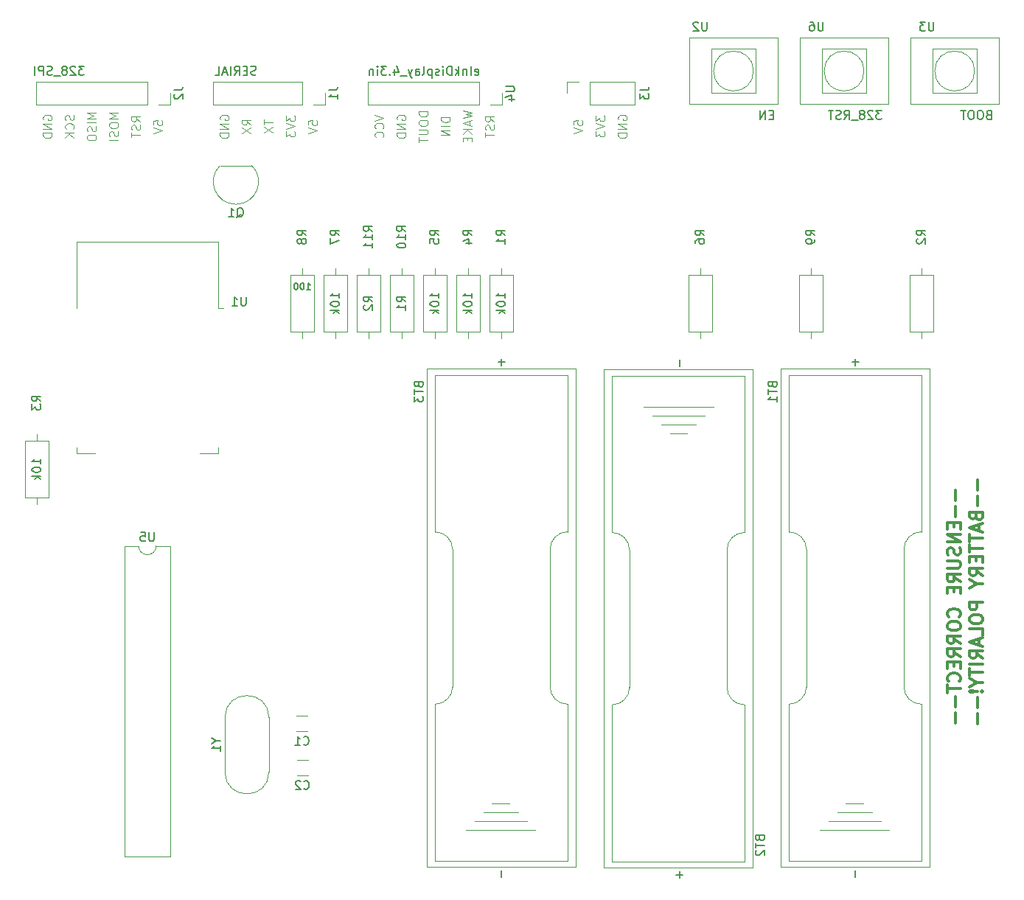
<source format=gbr>
%TF.GenerationSoftware,KiCad,Pcbnew,(5.1.9)-1*%
%TF.CreationDate,2021-03-08T13:05:13-05:00*%
%TF.ProjectId,eInk-picture-frame,65496e6b-2d70-4696-9374-7572652d6672,rev?*%
%TF.SameCoordinates,Original*%
%TF.FileFunction,Legend,Bot*%
%TF.FilePolarity,Positive*%
%FSLAX46Y46*%
G04 Gerber Fmt 4.6, Leading zero omitted, Abs format (unit mm)*
G04 Created by KiCad (PCBNEW (5.1.9)-1) date 2021-03-08 13:05:13*
%MOMM*%
%LPD*%
G01*
G04 APERTURE LIST*
%ADD10C,0.100000*%
%ADD11C,0.300000*%
%ADD12C,0.120000*%
%ADD13C,0.150000*%
G04 APERTURE END LIST*
D10*
X154392380Y-52101904D02*
X154392380Y-52720952D01*
X154773333Y-52387619D01*
X154773333Y-52530476D01*
X154820952Y-52625714D01*
X154868571Y-52673333D01*
X154963809Y-52720952D01*
X155201904Y-52720952D01*
X155297142Y-52673333D01*
X155344761Y-52625714D01*
X155392380Y-52530476D01*
X155392380Y-52244761D01*
X155344761Y-52149523D01*
X155297142Y-52101904D01*
X154392380Y-53006666D02*
X155392380Y-53340000D01*
X154392380Y-53673333D01*
X154392380Y-53911428D02*
X154392380Y-54530476D01*
X154773333Y-54197142D01*
X154773333Y-54340000D01*
X154820952Y-54435238D01*
X154868571Y-54482857D01*
X154963809Y-54530476D01*
X155201904Y-54530476D01*
X155297142Y-54482857D01*
X155344761Y-54435238D01*
X155392380Y-54340000D01*
X155392380Y-54054285D01*
X155344761Y-53959047D01*
X155297142Y-53911428D01*
X156980000Y-52578095D02*
X156932380Y-52482857D01*
X156932380Y-52340000D01*
X156980000Y-52197142D01*
X157075238Y-52101904D01*
X157170476Y-52054285D01*
X157360952Y-52006666D01*
X157503809Y-52006666D01*
X157694285Y-52054285D01*
X157789523Y-52101904D01*
X157884761Y-52197142D01*
X157932380Y-52340000D01*
X157932380Y-52435238D01*
X157884761Y-52578095D01*
X157837142Y-52625714D01*
X157503809Y-52625714D01*
X157503809Y-52435238D01*
X157932380Y-53054285D02*
X156932380Y-53054285D01*
X157932380Y-53625714D01*
X156932380Y-53625714D01*
X157932380Y-54101904D02*
X156932380Y-54101904D01*
X156932380Y-54340000D01*
X156980000Y-54482857D01*
X157075238Y-54578095D01*
X157170476Y-54625714D01*
X157360952Y-54673333D01*
X157503809Y-54673333D01*
X157694285Y-54625714D01*
X157789523Y-54578095D01*
X157884761Y-54482857D01*
X157932380Y-54340000D01*
X157932380Y-54101904D01*
X151852380Y-53149523D02*
X151852380Y-52673333D01*
X152328571Y-52625714D01*
X152280952Y-52673333D01*
X152233333Y-52768571D01*
X152233333Y-53006666D01*
X152280952Y-53101904D01*
X152328571Y-53149523D01*
X152423809Y-53197142D01*
X152661904Y-53197142D01*
X152757142Y-53149523D01*
X152804761Y-53101904D01*
X152852380Y-53006666D01*
X152852380Y-52768571D01*
X152804761Y-52673333D01*
X152757142Y-52625714D01*
X151852380Y-53482857D02*
X152852380Y-53816190D01*
X151852380Y-54149523D01*
X142692380Y-52792380D02*
X142216190Y-52459047D01*
X142692380Y-52220952D02*
X141692380Y-52220952D01*
X141692380Y-52601904D01*
X141740000Y-52697142D01*
X141787619Y-52744761D01*
X141882857Y-52792380D01*
X142025714Y-52792380D01*
X142120952Y-52744761D01*
X142168571Y-52697142D01*
X142216190Y-52601904D01*
X142216190Y-52220952D01*
X142644761Y-53173333D02*
X142692380Y-53316190D01*
X142692380Y-53554285D01*
X142644761Y-53649523D01*
X142597142Y-53697142D01*
X142501904Y-53744761D01*
X142406666Y-53744761D01*
X142311428Y-53697142D01*
X142263809Y-53649523D01*
X142216190Y-53554285D01*
X142168571Y-53363809D01*
X142120952Y-53268571D01*
X142073333Y-53220952D01*
X141978095Y-53173333D01*
X141882857Y-53173333D01*
X141787619Y-53220952D01*
X141740000Y-53268571D01*
X141692380Y-53363809D01*
X141692380Y-53601904D01*
X141740000Y-53744761D01*
X141692380Y-54030476D02*
X141692380Y-54601904D01*
X142692380Y-54316190D02*
X141692380Y-54316190D01*
X139152380Y-51530476D02*
X140152380Y-51768571D01*
X139438095Y-51959047D01*
X140152380Y-52149523D01*
X139152380Y-52387619D01*
X139866666Y-52720952D02*
X139866666Y-53197142D01*
X140152380Y-52625714D02*
X139152380Y-52959047D01*
X140152380Y-53292380D01*
X140152380Y-53625714D02*
X139152380Y-53625714D01*
X140152380Y-54197142D02*
X139580952Y-53768571D01*
X139152380Y-54197142D02*
X139723809Y-53625714D01*
X139628571Y-54625714D02*
X139628571Y-54959047D01*
X140152380Y-55101904D02*
X140152380Y-54625714D01*
X139152380Y-54625714D01*
X139152380Y-55101904D01*
X137612380Y-52316190D02*
X136612380Y-52316190D01*
X136612380Y-52554285D01*
X136660000Y-52697142D01*
X136755238Y-52792380D01*
X136850476Y-52840000D01*
X137040952Y-52887619D01*
X137183809Y-52887619D01*
X137374285Y-52840000D01*
X137469523Y-52792380D01*
X137564761Y-52697142D01*
X137612380Y-52554285D01*
X137612380Y-52316190D01*
X137612380Y-53316190D02*
X136612380Y-53316190D01*
X137612380Y-53792380D02*
X136612380Y-53792380D01*
X137612380Y-54363809D01*
X136612380Y-54363809D01*
X135072380Y-51649523D02*
X134072380Y-51649523D01*
X134072380Y-51887619D01*
X134120000Y-52030476D01*
X134215238Y-52125714D01*
X134310476Y-52173333D01*
X134500952Y-52220952D01*
X134643809Y-52220952D01*
X134834285Y-52173333D01*
X134929523Y-52125714D01*
X135024761Y-52030476D01*
X135072380Y-51887619D01*
X135072380Y-51649523D01*
X134072380Y-52840000D02*
X134072380Y-53030476D01*
X134120000Y-53125714D01*
X134215238Y-53220952D01*
X134405714Y-53268571D01*
X134739047Y-53268571D01*
X134929523Y-53220952D01*
X135024761Y-53125714D01*
X135072380Y-53030476D01*
X135072380Y-52840000D01*
X135024761Y-52744761D01*
X134929523Y-52649523D01*
X134739047Y-52601904D01*
X134405714Y-52601904D01*
X134215238Y-52649523D01*
X134120000Y-52744761D01*
X134072380Y-52840000D01*
X134072380Y-53697142D02*
X134881904Y-53697142D01*
X134977142Y-53744761D01*
X135024761Y-53792380D01*
X135072380Y-53887619D01*
X135072380Y-54078095D01*
X135024761Y-54173333D01*
X134977142Y-54220952D01*
X134881904Y-54268571D01*
X134072380Y-54268571D01*
X134072380Y-54601904D02*
X134072380Y-55173333D01*
X135072380Y-54887619D02*
X134072380Y-54887619D01*
X131580000Y-52578095D02*
X131532380Y-52482857D01*
X131532380Y-52340000D01*
X131580000Y-52197142D01*
X131675238Y-52101904D01*
X131770476Y-52054285D01*
X131960952Y-52006666D01*
X132103809Y-52006666D01*
X132294285Y-52054285D01*
X132389523Y-52101904D01*
X132484761Y-52197142D01*
X132532380Y-52340000D01*
X132532380Y-52435238D01*
X132484761Y-52578095D01*
X132437142Y-52625714D01*
X132103809Y-52625714D01*
X132103809Y-52435238D01*
X132532380Y-53054285D02*
X131532380Y-53054285D01*
X132532380Y-53625714D01*
X131532380Y-53625714D01*
X132532380Y-54101904D02*
X131532380Y-54101904D01*
X131532380Y-54340000D01*
X131580000Y-54482857D01*
X131675238Y-54578095D01*
X131770476Y-54625714D01*
X131960952Y-54673333D01*
X132103809Y-54673333D01*
X132294285Y-54625714D01*
X132389523Y-54578095D01*
X132484761Y-54482857D01*
X132532380Y-54340000D01*
X132532380Y-54101904D01*
X128992380Y-52006666D02*
X129992380Y-52340000D01*
X128992380Y-52673333D01*
X129897142Y-53578095D02*
X129944761Y-53530476D01*
X129992380Y-53387619D01*
X129992380Y-53292380D01*
X129944761Y-53149523D01*
X129849523Y-53054285D01*
X129754285Y-53006666D01*
X129563809Y-52959047D01*
X129420952Y-52959047D01*
X129230476Y-53006666D01*
X129135238Y-53054285D01*
X129040000Y-53149523D01*
X128992380Y-53292380D01*
X128992380Y-53387619D01*
X129040000Y-53530476D01*
X129087619Y-53578095D01*
X129897142Y-54578095D02*
X129944761Y-54530476D01*
X129992380Y-54387619D01*
X129992380Y-54292380D01*
X129944761Y-54149523D01*
X129849523Y-54054285D01*
X129754285Y-54006666D01*
X129563809Y-53959047D01*
X129420952Y-53959047D01*
X129230476Y-54006666D01*
X129135238Y-54054285D01*
X129040000Y-54149523D01*
X128992380Y-54292380D01*
X128992380Y-54387619D01*
X129040000Y-54530476D01*
X129087619Y-54578095D01*
X90940000Y-52578095D02*
X90892380Y-52482857D01*
X90892380Y-52340000D01*
X90940000Y-52197142D01*
X91035238Y-52101904D01*
X91130476Y-52054285D01*
X91320952Y-52006666D01*
X91463809Y-52006666D01*
X91654285Y-52054285D01*
X91749523Y-52101904D01*
X91844761Y-52197142D01*
X91892380Y-52340000D01*
X91892380Y-52435238D01*
X91844761Y-52578095D01*
X91797142Y-52625714D01*
X91463809Y-52625714D01*
X91463809Y-52435238D01*
X91892380Y-53054285D02*
X90892380Y-53054285D01*
X91892380Y-53625714D01*
X90892380Y-53625714D01*
X91892380Y-54101904D02*
X90892380Y-54101904D01*
X90892380Y-54340000D01*
X90940000Y-54482857D01*
X91035238Y-54578095D01*
X91130476Y-54625714D01*
X91320952Y-54673333D01*
X91463809Y-54673333D01*
X91654285Y-54625714D01*
X91749523Y-54578095D01*
X91844761Y-54482857D01*
X91892380Y-54340000D01*
X91892380Y-54101904D01*
X94384761Y-52054285D02*
X94432380Y-52197142D01*
X94432380Y-52435238D01*
X94384761Y-52530476D01*
X94337142Y-52578095D01*
X94241904Y-52625714D01*
X94146666Y-52625714D01*
X94051428Y-52578095D01*
X94003809Y-52530476D01*
X93956190Y-52435238D01*
X93908571Y-52244761D01*
X93860952Y-52149523D01*
X93813333Y-52101904D01*
X93718095Y-52054285D01*
X93622857Y-52054285D01*
X93527619Y-52101904D01*
X93480000Y-52149523D01*
X93432380Y-52244761D01*
X93432380Y-52482857D01*
X93480000Y-52625714D01*
X94337142Y-53625714D02*
X94384761Y-53578095D01*
X94432380Y-53435238D01*
X94432380Y-53340000D01*
X94384761Y-53197142D01*
X94289523Y-53101904D01*
X94194285Y-53054285D01*
X94003809Y-53006666D01*
X93860952Y-53006666D01*
X93670476Y-53054285D01*
X93575238Y-53101904D01*
X93480000Y-53197142D01*
X93432380Y-53340000D01*
X93432380Y-53435238D01*
X93480000Y-53578095D01*
X93527619Y-53625714D01*
X94432380Y-54054285D02*
X93432380Y-54054285D01*
X94432380Y-54625714D02*
X93860952Y-54197142D01*
X93432380Y-54625714D02*
X94003809Y-54054285D01*
X96972380Y-51768571D02*
X95972380Y-51768571D01*
X96686666Y-52101904D01*
X95972380Y-52435238D01*
X96972380Y-52435238D01*
X96972380Y-52911428D02*
X95972380Y-52911428D01*
X96924761Y-53340000D02*
X96972380Y-53482857D01*
X96972380Y-53720952D01*
X96924761Y-53816190D01*
X96877142Y-53863809D01*
X96781904Y-53911428D01*
X96686666Y-53911428D01*
X96591428Y-53863809D01*
X96543809Y-53816190D01*
X96496190Y-53720952D01*
X96448571Y-53530476D01*
X96400952Y-53435238D01*
X96353333Y-53387619D01*
X96258095Y-53340000D01*
X96162857Y-53340000D01*
X96067619Y-53387619D01*
X96020000Y-53435238D01*
X95972380Y-53530476D01*
X95972380Y-53768571D01*
X96020000Y-53911428D01*
X95972380Y-54530476D02*
X95972380Y-54720952D01*
X96020000Y-54816190D01*
X96115238Y-54911428D01*
X96305714Y-54959047D01*
X96639047Y-54959047D01*
X96829523Y-54911428D01*
X96924761Y-54816190D01*
X96972380Y-54720952D01*
X96972380Y-54530476D01*
X96924761Y-54435238D01*
X96829523Y-54340000D01*
X96639047Y-54292380D01*
X96305714Y-54292380D01*
X96115238Y-54340000D01*
X96020000Y-54435238D01*
X95972380Y-54530476D01*
X99512380Y-51768571D02*
X98512380Y-51768571D01*
X99226666Y-52101904D01*
X98512380Y-52435238D01*
X99512380Y-52435238D01*
X98512380Y-53101904D02*
X98512380Y-53292380D01*
X98560000Y-53387619D01*
X98655238Y-53482857D01*
X98845714Y-53530476D01*
X99179047Y-53530476D01*
X99369523Y-53482857D01*
X99464761Y-53387619D01*
X99512380Y-53292380D01*
X99512380Y-53101904D01*
X99464761Y-53006666D01*
X99369523Y-52911428D01*
X99179047Y-52863809D01*
X98845714Y-52863809D01*
X98655238Y-52911428D01*
X98560000Y-53006666D01*
X98512380Y-53101904D01*
X99464761Y-53911428D02*
X99512380Y-54054285D01*
X99512380Y-54292380D01*
X99464761Y-54387619D01*
X99417142Y-54435238D01*
X99321904Y-54482857D01*
X99226666Y-54482857D01*
X99131428Y-54435238D01*
X99083809Y-54387619D01*
X99036190Y-54292380D01*
X98988571Y-54101904D01*
X98940952Y-54006666D01*
X98893333Y-53959047D01*
X98798095Y-53911428D01*
X98702857Y-53911428D01*
X98607619Y-53959047D01*
X98560000Y-54006666D01*
X98512380Y-54101904D01*
X98512380Y-54340000D01*
X98560000Y-54482857D01*
X99512380Y-54911428D02*
X98512380Y-54911428D01*
X102052380Y-52792380D02*
X101576190Y-52459047D01*
X102052380Y-52220952D02*
X101052380Y-52220952D01*
X101052380Y-52601904D01*
X101100000Y-52697142D01*
X101147619Y-52744761D01*
X101242857Y-52792380D01*
X101385714Y-52792380D01*
X101480952Y-52744761D01*
X101528571Y-52697142D01*
X101576190Y-52601904D01*
X101576190Y-52220952D01*
X102004761Y-53173333D02*
X102052380Y-53316190D01*
X102052380Y-53554285D01*
X102004761Y-53649523D01*
X101957142Y-53697142D01*
X101861904Y-53744761D01*
X101766666Y-53744761D01*
X101671428Y-53697142D01*
X101623809Y-53649523D01*
X101576190Y-53554285D01*
X101528571Y-53363809D01*
X101480952Y-53268571D01*
X101433333Y-53220952D01*
X101338095Y-53173333D01*
X101242857Y-53173333D01*
X101147619Y-53220952D01*
X101100000Y-53268571D01*
X101052380Y-53363809D01*
X101052380Y-53601904D01*
X101100000Y-53744761D01*
X101052380Y-54030476D02*
X101052380Y-54601904D01*
X102052380Y-54316190D02*
X101052380Y-54316190D01*
X103592380Y-53149523D02*
X103592380Y-52673333D01*
X104068571Y-52625714D01*
X104020952Y-52673333D01*
X103973333Y-52768571D01*
X103973333Y-53006666D01*
X104020952Y-53101904D01*
X104068571Y-53149523D01*
X104163809Y-53197142D01*
X104401904Y-53197142D01*
X104497142Y-53149523D01*
X104544761Y-53101904D01*
X104592380Y-53006666D01*
X104592380Y-52768571D01*
X104544761Y-52673333D01*
X104497142Y-52625714D01*
X103592380Y-53482857D02*
X104592380Y-53816190D01*
X103592380Y-54149523D01*
X121372380Y-53149523D02*
X121372380Y-52673333D01*
X121848571Y-52625714D01*
X121800952Y-52673333D01*
X121753333Y-52768571D01*
X121753333Y-53006666D01*
X121800952Y-53101904D01*
X121848571Y-53149523D01*
X121943809Y-53197142D01*
X122181904Y-53197142D01*
X122277142Y-53149523D01*
X122324761Y-53101904D01*
X122372380Y-53006666D01*
X122372380Y-52768571D01*
X122324761Y-52673333D01*
X122277142Y-52625714D01*
X121372380Y-53482857D02*
X122372380Y-53816190D01*
X121372380Y-54149523D01*
X118832380Y-52101904D02*
X118832380Y-52720952D01*
X119213333Y-52387619D01*
X119213333Y-52530476D01*
X119260952Y-52625714D01*
X119308571Y-52673333D01*
X119403809Y-52720952D01*
X119641904Y-52720952D01*
X119737142Y-52673333D01*
X119784761Y-52625714D01*
X119832380Y-52530476D01*
X119832380Y-52244761D01*
X119784761Y-52149523D01*
X119737142Y-52101904D01*
X118832380Y-53006666D02*
X119832380Y-53340000D01*
X118832380Y-53673333D01*
X118832380Y-53911428D02*
X118832380Y-54530476D01*
X119213333Y-54197142D01*
X119213333Y-54340000D01*
X119260952Y-54435238D01*
X119308571Y-54482857D01*
X119403809Y-54530476D01*
X119641904Y-54530476D01*
X119737142Y-54482857D01*
X119784761Y-54435238D01*
X119832380Y-54340000D01*
X119832380Y-54054285D01*
X119784761Y-53959047D01*
X119737142Y-53911428D01*
X116292380Y-52578095D02*
X116292380Y-53149523D01*
X117292380Y-52863809D02*
X116292380Y-52863809D01*
X116292380Y-53387619D02*
X117292380Y-54054285D01*
X116292380Y-54054285D02*
X117292380Y-53387619D01*
X114752380Y-53173333D02*
X114276190Y-52840000D01*
X114752380Y-52601904D02*
X113752380Y-52601904D01*
X113752380Y-52982857D01*
X113800000Y-53078095D01*
X113847619Y-53125714D01*
X113942857Y-53173333D01*
X114085714Y-53173333D01*
X114180952Y-53125714D01*
X114228571Y-53078095D01*
X114276190Y-52982857D01*
X114276190Y-52601904D01*
X113752380Y-53506666D02*
X114752380Y-54173333D01*
X113752380Y-54173333D02*
X114752380Y-53506666D01*
X111260000Y-52578095D02*
X111212380Y-52482857D01*
X111212380Y-52340000D01*
X111260000Y-52197142D01*
X111355238Y-52101904D01*
X111450476Y-52054285D01*
X111640952Y-52006666D01*
X111783809Y-52006666D01*
X111974285Y-52054285D01*
X112069523Y-52101904D01*
X112164761Y-52197142D01*
X112212380Y-52340000D01*
X112212380Y-52435238D01*
X112164761Y-52578095D01*
X112117142Y-52625714D01*
X111783809Y-52625714D01*
X111783809Y-52435238D01*
X112212380Y-53054285D02*
X111212380Y-53054285D01*
X112212380Y-53625714D01*
X111212380Y-53625714D01*
X112212380Y-54101904D02*
X111212380Y-54101904D01*
X111212380Y-54340000D01*
X111260000Y-54482857D01*
X111355238Y-54578095D01*
X111450476Y-54625714D01*
X111640952Y-54673333D01*
X111783809Y-54673333D01*
X111974285Y-54625714D01*
X112069523Y-54578095D01*
X112164761Y-54482857D01*
X112212380Y-54340000D01*
X112212380Y-54101904D01*
D11*
X195682142Y-95164285D02*
X195682142Y-96307142D01*
X195682142Y-97021428D02*
X195682142Y-98164285D01*
X195467857Y-98878571D02*
X195467857Y-99378571D01*
X196253571Y-99592857D02*
X196253571Y-98878571D01*
X194753571Y-98878571D01*
X194753571Y-99592857D01*
X196253571Y-100235714D02*
X194753571Y-100235714D01*
X196253571Y-101092857D01*
X194753571Y-101092857D01*
X196182142Y-101735714D02*
X196253571Y-101950000D01*
X196253571Y-102307142D01*
X196182142Y-102450000D01*
X196110714Y-102521428D01*
X195967857Y-102592857D01*
X195825000Y-102592857D01*
X195682142Y-102521428D01*
X195610714Y-102450000D01*
X195539285Y-102307142D01*
X195467857Y-102021428D01*
X195396428Y-101878571D01*
X195325000Y-101807142D01*
X195182142Y-101735714D01*
X195039285Y-101735714D01*
X194896428Y-101807142D01*
X194825000Y-101878571D01*
X194753571Y-102021428D01*
X194753571Y-102378571D01*
X194825000Y-102592857D01*
X194753571Y-103235714D02*
X195967857Y-103235714D01*
X196110714Y-103307142D01*
X196182142Y-103378571D01*
X196253571Y-103521428D01*
X196253571Y-103807142D01*
X196182142Y-103950000D01*
X196110714Y-104021428D01*
X195967857Y-104092857D01*
X194753571Y-104092857D01*
X196253571Y-105664285D02*
X195539285Y-105164285D01*
X196253571Y-104807142D02*
X194753571Y-104807142D01*
X194753571Y-105378571D01*
X194825000Y-105521428D01*
X194896428Y-105592857D01*
X195039285Y-105664285D01*
X195253571Y-105664285D01*
X195396428Y-105592857D01*
X195467857Y-105521428D01*
X195539285Y-105378571D01*
X195539285Y-104807142D01*
X195467857Y-106307142D02*
X195467857Y-106807142D01*
X196253571Y-107021428D02*
X196253571Y-106307142D01*
X194753571Y-106307142D01*
X194753571Y-107021428D01*
X196110714Y-109664285D02*
X196182142Y-109592857D01*
X196253571Y-109378571D01*
X196253571Y-109235714D01*
X196182142Y-109021428D01*
X196039285Y-108878571D01*
X195896428Y-108807142D01*
X195610714Y-108735714D01*
X195396428Y-108735714D01*
X195110714Y-108807142D01*
X194967857Y-108878571D01*
X194825000Y-109021428D01*
X194753571Y-109235714D01*
X194753571Y-109378571D01*
X194825000Y-109592857D01*
X194896428Y-109664285D01*
X194753571Y-110592857D02*
X194753571Y-110878571D01*
X194825000Y-111021428D01*
X194967857Y-111164285D01*
X195253571Y-111235714D01*
X195753571Y-111235714D01*
X196039285Y-111164285D01*
X196182142Y-111021428D01*
X196253571Y-110878571D01*
X196253571Y-110592857D01*
X196182142Y-110450000D01*
X196039285Y-110307142D01*
X195753571Y-110235714D01*
X195253571Y-110235714D01*
X194967857Y-110307142D01*
X194825000Y-110450000D01*
X194753571Y-110592857D01*
X196253571Y-112735714D02*
X195539285Y-112235714D01*
X196253571Y-111878571D02*
X194753571Y-111878571D01*
X194753571Y-112450000D01*
X194825000Y-112592857D01*
X194896428Y-112664285D01*
X195039285Y-112735714D01*
X195253571Y-112735714D01*
X195396428Y-112664285D01*
X195467857Y-112592857D01*
X195539285Y-112450000D01*
X195539285Y-111878571D01*
X196253571Y-114235714D02*
X195539285Y-113735714D01*
X196253571Y-113378571D02*
X194753571Y-113378571D01*
X194753571Y-113950000D01*
X194825000Y-114092857D01*
X194896428Y-114164285D01*
X195039285Y-114235714D01*
X195253571Y-114235714D01*
X195396428Y-114164285D01*
X195467857Y-114092857D01*
X195539285Y-113950000D01*
X195539285Y-113378571D01*
X195467857Y-114878571D02*
X195467857Y-115378571D01*
X196253571Y-115592857D02*
X196253571Y-114878571D01*
X194753571Y-114878571D01*
X194753571Y-115592857D01*
X196110714Y-117092857D02*
X196182142Y-117021428D01*
X196253571Y-116807142D01*
X196253571Y-116664285D01*
X196182142Y-116450000D01*
X196039285Y-116307142D01*
X195896428Y-116235714D01*
X195610714Y-116164285D01*
X195396428Y-116164285D01*
X195110714Y-116235714D01*
X194967857Y-116307142D01*
X194825000Y-116450000D01*
X194753571Y-116664285D01*
X194753571Y-116807142D01*
X194825000Y-117021428D01*
X194896428Y-117092857D01*
X194753571Y-117521428D02*
X194753571Y-118378571D01*
X196253571Y-117950000D02*
X194753571Y-117950000D01*
X195682142Y-118878571D02*
X195682142Y-120021428D01*
X195682142Y-120735714D02*
X195682142Y-121878571D01*
X198232142Y-93950000D02*
X198232142Y-95092857D01*
X198232142Y-95807142D02*
X198232142Y-96950000D01*
X198017857Y-98164285D02*
X198089285Y-98378571D01*
X198160714Y-98450000D01*
X198303571Y-98521428D01*
X198517857Y-98521428D01*
X198660714Y-98450000D01*
X198732142Y-98378571D01*
X198803571Y-98235714D01*
X198803571Y-97664285D01*
X197303571Y-97664285D01*
X197303571Y-98164285D01*
X197375000Y-98307142D01*
X197446428Y-98378571D01*
X197589285Y-98450000D01*
X197732142Y-98450000D01*
X197875000Y-98378571D01*
X197946428Y-98307142D01*
X198017857Y-98164285D01*
X198017857Y-97664285D01*
X198375000Y-99092857D02*
X198375000Y-99807142D01*
X198803571Y-98950000D02*
X197303571Y-99450000D01*
X198803571Y-99950000D01*
X197303571Y-100235714D02*
X197303571Y-101092857D01*
X198803571Y-100664285D02*
X197303571Y-100664285D01*
X197303571Y-101378571D02*
X197303571Y-102235714D01*
X198803571Y-101807142D02*
X197303571Y-101807142D01*
X198017857Y-102735714D02*
X198017857Y-103235714D01*
X198803571Y-103450000D02*
X198803571Y-102735714D01*
X197303571Y-102735714D01*
X197303571Y-103450000D01*
X198803571Y-104950000D02*
X198089285Y-104450000D01*
X198803571Y-104092857D02*
X197303571Y-104092857D01*
X197303571Y-104664285D01*
X197375000Y-104807142D01*
X197446428Y-104878571D01*
X197589285Y-104950000D01*
X197803571Y-104950000D01*
X197946428Y-104878571D01*
X198017857Y-104807142D01*
X198089285Y-104664285D01*
X198089285Y-104092857D01*
X198089285Y-105878571D02*
X198803571Y-105878571D01*
X197303571Y-105378571D02*
X198089285Y-105878571D01*
X197303571Y-106378571D01*
X198803571Y-108021428D02*
X197303571Y-108021428D01*
X197303571Y-108592857D01*
X197375000Y-108735714D01*
X197446428Y-108807142D01*
X197589285Y-108878571D01*
X197803571Y-108878571D01*
X197946428Y-108807142D01*
X198017857Y-108735714D01*
X198089285Y-108592857D01*
X198089285Y-108021428D01*
X197303571Y-109807142D02*
X197303571Y-110092857D01*
X197375000Y-110235714D01*
X197517857Y-110378571D01*
X197803571Y-110450000D01*
X198303571Y-110450000D01*
X198589285Y-110378571D01*
X198732142Y-110235714D01*
X198803571Y-110092857D01*
X198803571Y-109807142D01*
X198732142Y-109664285D01*
X198589285Y-109521428D01*
X198303571Y-109450000D01*
X197803571Y-109450000D01*
X197517857Y-109521428D01*
X197375000Y-109664285D01*
X197303571Y-109807142D01*
X198803571Y-111807142D02*
X198803571Y-111092857D01*
X197303571Y-111092857D01*
X198375000Y-112235714D02*
X198375000Y-112950000D01*
X198803571Y-112092857D02*
X197303571Y-112592857D01*
X198803571Y-113092857D01*
X198803571Y-114450000D02*
X198089285Y-113950000D01*
X198803571Y-113592857D02*
X197303571Y-113592857D01*
X197303571Y-114164285D01*
X197375000Y-114307142D01*
X197446428Y-114378571D01*
X197589285Y-114450000D01*
X197803571Y-114450000D01*
X197946428Y-114378571D01*
X198017857Y-114307142D01*
X198089285Y-114164285D01*
X198089285Y-113592857D01*
X198803571Y-115092857D02*
X197303571Y-115092857D01*
X197303571Y-115592857D02*
X197303571Y-116450000D01*
X198803571Y-116021428D02*
X197303571Y-116021428D01*
X198089285Y-117235714D02*
X198803571Y-117235714D01*
X197303571Y-116735714D02*
X198089285Y-117235714D01*
X197303571Y-117735714D01*
X198660714Y-118235714D02*
X198732142Y-118307142D01*
X198803571Y-118235714D01*
X198732142Y-118164285D01*
X198660714Y-118235714D01*
X198803571Y-118235714D01*
X198232142Y-118235714D02*
X197375000Y-118164285D01*
X197303571Y-118235714D01*
X197375000Y-118307142D01*
X198232142Y-118235714D01*
X197303571Y-118235714D01*
X198232142Y-118950000D02*
X198232142Y-120092857D01*
X198232142Y-120807142D02*
X198232142Y-121950000D01*
D12*
%TO.C,J3*%
X158810000Y-48200000D02*
X158810000Y-50860000D01*
X153670000Y-48200000D02*
X158810000Y-48200000D01*
X153670000Y-50860000D02*
X158810000Y-50860000D01*
X153670000Y-48200000D02*
X153670000Y-50860000D01*
X152400000Y-48200000D02*
X151070000Y-48200000D01*
X151070000Y-48200000D02*
X151070000Y-49530000D01*
%TO.C,Y1*%
X116825000Y-127495000D02*
G75*
G02*
X111775000Y-127495000I-2525000J0D01*
G01*
X116825000Y-121245000D02*
G75*
G03*
X111775000Y-121245000I-2525000J0D01*
G01*
X111775000Y-121245000D02*
X111775000Y-127495000D01*
X116825000Y-121245000D02*
X116825000Y-127495000D01*
%TO.C,U6*%
X177800000Y-50800000D02*
X177800000Y-43180000D01*
X177800000Y-43180000D02*
X187960000Y-43180000D01*
X187960000Y-43180000D02*
X187960000Y-50800000D01*
X187960000Y-50800000D02*
X177800000Y-50800000D01*
X185169525Y-46990000D02*
G75*
G03*
X185169525Y-46990000I-2289525J0D01*
G01*
X180340000Y-49530000D02*
X185420000Y-49530000D01*
X185420000Y-49530000D02*
X185420000Y-44450000D01*
X185420000Y-44450000D02*
X180340000Y-44450000D01*
X180340000Y-44450000D02*
X180340000Y-49530000D01*
%TO.C,U5*%
X101870000Y-101540000D02*
G75*
G03*
X103870000Y-101540000I1000000J0D01*
G01*
X103870000Y-101540000D02*
X105520000Y-101540000D01*
X105520000Y-101540000D02*
X105520000Y-137220000D01*
X105520000Y-137220000D02*
X100220000Y-137220000D01*
X100220000Y-137220000D02*
X100220000Y-101540000D01*
X100220000Y-101540000D02*
X101870000Y-101540000D01*
%TO.C,U4*%
X128210000Y-50860000D02*
X128210000Y-48200000D01*
X140970000Y-50860000D02*
X128210000Y-50860000D01*
X140970000Y-48200000D02*
X128210000Y-48200000D01*
X140970000Y-50860000D02*
X140970000Y-48200000D01*
X142240000Y-50860000D02*
X143570000Y-50860000D01*
X143570000Y-50860000D02*
X143570000Y-49530000D01*
%TO.C,U2*%
X175260000Y-43180000D02*
X175260000Y-50800000D01*
X175260000Y-50800000D02*
X165100000Y-50800000D01*
X165100000Y-50800000D02*
X165100000Y-43180000D01*
X165100000Y-43180000D02*
X175260000Y-43180000D01*
X172469525Y-46990000D02*
G75*
G03*
X172469525Y-46990000I-2289525J0D01*
G01*
X172720000Y-44450000D02*
X167640000Y-44450000D01*
X167640000Y-44450000D02*
X167640000Y-49530000D01*
X167640000Y-49530000D02*
X172720000Y-49530000D01*
X172720000Y-49530000D02*
X172720000Y-44450000D01*
%TO.C,R11*%
X129640000Y-76930000D02*
X126900000Y-76930000D01*
X126900000Y-76930000D02*
X126900000Y-70390000D01*
X126900000Y-70390000D02*
X129640000Y-70390000D01*
X129640000Y-70390000D02*
X129640000Y-76930000D01*
X128270000Y-77700000D02*
X128270000Y-76930000D01*
X128270000Y-69620000D02*
X128270000Y-70390000D01*
%TO.C,R10*%
X130710000Y-70390000D02*
X133450000Y-70390000D01*
X133450000Y-70390000D02*
X133450000Y-76930000D01*
X133450000Y-76930000D02*
X130710000Y-76930000D01*
X130710000Y-76930000D02*
X130710000Y-70390000D01*
X132080000Y-69620000D02*
X132080000Y-70390000D01*
X132080000Y-77700000D02*
X132080000Y-76930000D01*
%TO.C,R9*%
X180440000Y-76930000D02*
X177700000Y-76930000D01*
X177700000Y-76930000D02*
X177700000Y-70390000D01*
X177700000Y-70390000D02*
X180440000Y-70390000D01*
X180440000Y-70390000D02*
X180440000Y-76930000D01*
X179070000Y-77700000D02*
X179070000Y-76930000D01*
X179070000Y-69620000D02*
X179070000Y-70390000D01*
%TO.C,R8*%
X119280000Y-70390000D02*
X122020000Y-70390000D01*
X122020000Y-70390000D02*
X122020000Y-76930000D01*
X122020000Y-76930000D02*
X119280000Y-76930000D01*
X119280000Y-76930000D02*
X119280000Y-70390000D01*
X120650000Y-69620000D02*
X120650000Y-70390000D01*
X120650000Y-77700000D02*
X120650000Y-76930000D01*
%TO.C,R7*%
X123090000Y-70390000D02*
X125830000Y-70390000D01*
X125830000Y-70390000D02*
X125830000Y-76930000D01*
X125830000Y-76930000D02*
X123090000Y-76930000D01*
X123090000Y-76930000D02*
X123090000Y-70390000D01*
X124460000Y-69620000D02*
X124460000Y-70390000D01*
X124460000Y-77700000D02*
X124460000Y-76930000D01*
%TO.C,R6*%
X167740000Y-76930000D02*
X165000000Y-76930000D01*
X165000000Y-76930000D02*
X165000000Y-70390000D01*
X165000000Y-70390000D02*
X167740000Y-70390000D01*
X167740000Y-70390000D02*
X167740000Y-76930000D01*
X166370000Y-77700000D02*
X166370000Y-76930000D01*
X166370000Y-69620000D02*
X166370000Y-70390000D01*
%TO.C,R5*%
X134520000Y-70390000D02*
X137260000Y-70390000D01*
X137260000Y-70390000D02*
X137260000Y-76930000D01*
X137260000Y-76930000D02*
X134520000Y-76930000D01*
X134520000Y-76930000D02*
X134520000Y-70390000D01*
X135890000Y-69620000D02*
X135890000Y-70390000D01*
X135890000Y-77700000D02*
X135890000Y-76930000D01*
%TO.C,R4*%
X138330000Y-70390000D02*
X141070000Y-70390000D01*
X141070000Y-70390000D02*
X141070000Y-76930000D01*
X141070000Y-76930000D02*
X138330000Y-76930000D01*
X138330000Y-76930000D02*
X138330000Y-70390000D01*
X139700000Y-69620000D02*
X139700000Y-70390000D01*
X139700000Y-77700000D02*
X139700000Y-76930000D01*
%TO.C,R1*%
X144880000Y-76930000D02*
X142140000Y-76930000D01*
X142140000Y-76930000D02*
X142140000Y-70390000D01*
X142140000Y-70390000D02*
X144880000Y-70390000D01*
X144880000Y-70390000D02*
X144880000Y-76930000D01*
X143510000Y-77700000D02*
X143510000Y-76930000D01*
X143510000Y-69620000D02*
X143510000Y-70390000D01*
%TO.C,J2*%
X90110000Y-50860000D02*
X90110000Y-48200000D01*
X102870000Y-50860000D02*
X90110000Y-50860000D01*
X102870000Y-48200000D02*
X90110000Y-48200000D01*
X102870000Y-50860000D02*
X102870000Y-48200000D01*
X104140000Y-50860000D02*
X105470000Y-50860000D01*
X105470000Y-50860000D02*
X105470000Y-49530000D01*
%TO.C,J1*%
X110430000Y-50860000D02*
X110430000Y-48200000D01*
X120650000Y-50860000D02*
X110430000Y-50860000D01*
X120650000Y-48200000D02*
X110430000Y-48200000D01*
X120650000Y-50860000D02*
X120650000Y-48200000D01*
X121920000Y-50860000D02*
X123250000Y-50860000D01*
X123250000Y-50860000D02*
X123250000Y-49530000D01*
%TO.C,C2*%
X120041000Y-127920000D02*
X121299000Y-127920000D01*
X120041000Y-126080000D02*
X121299000Y-126080000D01*
%TO.C,C1*%
X120001000Y-122840000D02*
X121259000Y-122840000D01*
X120001000Y-121000000D02*
X121259000Y-121000000D01*
%TO.C,U3*%
X193040000Y-44450000D02*
X193040000Y-49530000D01*
X198120000Y-44450000D02*
X193040000Y-44450000D01*
X198120000Y-49530000D02*
X198120000Y-44450000D01*
X193040000Y-49530000D02*
X198120000Y-49530000D01*
X197869525Y-46990000D02*
G75*
G03*
X197869525Y-46990000I-2289525J0D01*
G01*
X200660000Y-50800000D02*
X190500000Y-50800000D01*
X200660000Y-43180000D02*
X200660000Y-50800000D01*
X190500000Y-43180000D02*
X200660000Y-43180000D01*
X190500000Y-50800000D02*
X190500000Y-43180000D01*
%TO.C,U1*%
X110990000Y-66620000D02*
X94750000Y-66620000D01*
X94750000Y-66620000D02*
X94750000Y-74240000D01*
X94750000Y-90240000D02*
X94750000Y-90860000D01*
X94750000Y-90860000D02*
X96870000Y-90860000D01*
X108870000Y-90860000D02*
X110990000Y-90860000D01*
X110990000Y-90860000D02*
X110990000Y-90240000D01*
X110990000Y-74240000D02*
X110990000Y-66620000D01*
X110990000Y-74240000D02*
X111600000Y-74240000D01*
%TO.C,R3*%
X90170000Y-96750000D02*
X90170000Y-95980000D01*
X90170000Y-88670000D02*
X90170000Y-89440000D01*
X88800000Y-95980000D02*
X88800000Y-89440000D01*
X91540000Y-95980000D02*
X88800000Y-95980000D01*
X91540000Y-89440000D02*
X91540000Y-95980000D01*
X88800000Y-89440000D02*
X91540000Y-89440000D01*
%TO.C,R2*%
X191770000Y-69620000D02*
X191770000Y-70390000D01*
X191770000Y-77700000D02*
X191770000Y-76930000D01*
X193140000Y-70390000D02*
X193140000Y-76930000D01*
X190400000Y-70390000D02*
X193140000Y-70390000D01*
X190400000Y-76930000D02*
X190400000Y-70390000D01*
X193140000Y-76930000D02*
X190400000Y-76930000D01*
%TO.C,Q1*%
X111230000Y-57840000D02*
X114830000Y-57840000D01*
X114868478Y-57851522D02*
G75*
G02*
X113030000Y-62290000I-1838478J-1838478D01*
G01*
X111191522Y-57851522D02*
G75*
G03*
X113030000Y-62290000I1838478J-1838478D01*
G01*
%TO.C,BT3*%
X141450000Y-132130000D02*
X145450000Y-132130000D01*
X146450000Y-133130000D02*
X140450000Y-133130000D01*
X139450000Y-134130000D02*
X147450000Y-134130000D01*
X142450000Y-131130000D02*
X144450000Y-131130000D01*
X134945000Y-138440000D02*
X152075000Y-138440000D01*
X152075000Y-138440000D02*
X152075000Y-81200000D01*
X152075000Y-81200000D02*
X134945000Y-81200000D01*
X134945000Y-81200000D02*
X134945000Y-138440000D01*
X135910000Y-81920000D02*
X151110000Y-81920000D01*
X151110000Y-81920000D02*
X151110000Y-99920000D01*
X135910000Y-137720000D02*
X151110000Y-137720000D01*
X135910000Y-81920000D02*
X135910000Y-99920000D01*
X135910000Y-119720000D02*
X135910000Y-137720000D01*
X151110000Y-119720000D02*
X151110000Y-137720000D01*
X137910000Y-101920000D02*
X137910000Y-117720000D01*
X149110000Y-117720000D02*
X149110000Y-101920000D01*
X151110000Y-99920000D02*
G75*
G03*
X149110000Y-101920000I0J-2000000D01*
G01*
X149110000Y-117720000D02*
G75*
G03*
X151110000Y-119720000I2000000J0D01*
G01*
X135910000Y-119720000D02*
G75*
G03*
X137910000Y-117720000I0J2000000D01*
G01*
X137910000Y-101920000D02*
G75*
G03*
X135910000Y-99920000I-2000000J0D01*
G01*
%TO.C,BT2*%
X158230000Y-101990000D02*
X158230000Y-117790000D01*
X169430000Y-117790000D02*
X169430000Y-101990000D01*
X156230000Y-99990000D02*
X156230000Y-81990000D01*
X171430000Y-99990000D02*
X171430000Y-81990000D01*
X171430000Y-137790000D02*
X171430000Y-119790000D01*
X171430000Y-81990000D02*
X156230000Y-81990000D01*
X156230000Y-137790000D02*
X156230000Y-119790000D01*
X171430000Y-137790000D02*
X156230000Y-137790000D01*
X172395000Y-138510000D02*
X172395000Y-81270000D01*
X155265000Y-138510000D02*
X172395000Y-138510000D01*
X155265000Y-81270000D02*
X155265000Y-138510000D01*
X172395000Y-81270000D02*
X155265000Y-81270000D01*
X164890000Y-88580000D02*
X162890000Y-88580000D01*
X167890000Y-85580000D02*
X159890000Y-85580000D01*
X160890000Y-86580000D02*
X166890000Y-86580000D01*
X165890000Y-87580000D02*
X161890000Y-87580000D01*
X169430000Y-117790000D02*
G75*
G03*
X171430000Y-119790000I2000000J0D01*
G01*
X171430000Y-99990000D02*
G75*
G03*
X169430000Y-101990000I0J-2000000D01*
G01*
X158230000Y-101990000D02*
G75*
G03*
X156230000Y-99990000I-2000000J0D01*
G01*
X156230000Y-119790000D02*
G75*
G03*
X158230000Y-117790000I0J2000000D01*
G01*
%TO.C,BT1*%
X182090000Y-132130000D02*
X186090000Y-132130000D01*
X187090000Y-133130000D02*
X181090000Y-133130000D01*
X180090000Y-134130000D02*
X188090000Y-134130000D01*
X183090000Y-131130000D02*
X185090000Y-131130000D01*
X175585000Y-138440000D02*
X192715000Y-138440000D01*
X192715000Y-138440000D02*
X192715000Y-81200000D01*
X192715000Y-81200000D02*
X175585000Y-81200000D01*
X175585000Y-81200000D02*
X175585000Y-138440000D01*
X176550000Y-81920000D02*
X191750000Y-81920000D01*
X191750000Y-81920000D02*
X191750000Y-99920000D01*
X176550000Y-137720000D02*
X191750000Y-137720000D01*
X176550000Y-81920000D02*
X176550000Y-99920000D01*
X176550000Y-119720000D02*
X176550000Y-137720000D01*
X191750000Y-119720000D02*
X191750000Y-137720000D01*
X178550000Y-101920000D02*
X178550000Y-117720000D01*
X189750000Y-117720000D02*
X189750000Y-101920000D01*
X191750000Y-99920000D02*
G75*
G03*
X189750000Y-101920000I0J-2000000D01*
G01*
X189750000Y-117720000D02*
G75*
G03*
X191750000Y-119720000I2000000J0D01*
G01*
X176550000Y-119720000D02*
G75*
G03*
X178550000Y-117720000I0J2000000D01*
G01*
X178550000Y-101920000D02*
G75*
G03*
X176550000Y-99920000I-2000000J0D01*
G01*
%TO.C,J3*%
D13*
X159472380Y-49196666D02*
X160186666Y-49196666D01*
X160329523Y-49149047D01*
X160424761Y-49053809D01*
X160472380Y-48910952D01*
X160472380Y-48815714D01*
X159472380Y-49577619D02*
X159472380Y-50196666D01*
X159853333Y-49863333D01*
X159853333Y-50006190D01*
X159900952Y-50101428D01*
X159948571Y-50149047D01*
X160043809Y-50196666D01*
X160281904Y-50196666D01*
X160377142Y-50149047D01*
X160424761Y-50101428D01*
X160472380Y-50006190D01*
X160472380Y-49720476D01*
X160424761Y-49625238D01*
X160377142Y-49577619D01*
%TO.C,Y1*%
X110751190Y-123893809D02*
X111227380Y-123893809D01*
X110227380Y-123560476D02*
X110751190Y-123893809D01*
X110227380Y-124227142D01*
X111227380Y-125084285D02*
X111227380Y-124512857D01*
X111227380Y-124798571D02*
X110227380Y-124798571D01*
X110370238Y-124703333D01*
X110465476Y-124608095D01*
X110513095Y-124512857D01*
%TO.C,U6*%
X180466904Y-41362380D02*
X180466904Y-42171904D01*
X180419285Y-42267142D01*
X180371666Y-42314761D01*
X180276428Y-42362380D01*
X180085952Y-42362380D01*
X179990714Y-42314761D01*
X179943095Y-42267142D01*
X179895476Y-42171904D01*
X179895476Y-41362380D01*
X178990714Y-41362380D02*
X179181190Y-41362380D01*
X179276428Y-41410000D01*
X179324047Y-41457619D01*
X179419285Y-41600476D01*
X179466904Y-41790952D01*
X179466904Y-42171904D01*
X179419285Y-42267142D01*
X179371666Y-42314761D01*
X179276428Y-42362380D01*
X179085952Y-42362380D01*
X178990714Y-42314761D01*
X178943095Y-42267142D01*
X178895476Y-42171904D01*
X178895476Y-41933809D01*
X178943095Y-41838571D01*
X178990714Y-41790952D01*
X179085952Y-41743333D01*
X179276428Y-41743333D01*
X179371666Y-41790952D01*
X179419285Y-41838571D01*
X179466904Y-41933809D01*
X187173809Y-51522380D02*
X186554761Y-51522380D01*
X186888095Y-51903333D01*
X186745238Y-51903333D01*
X186650000Y-51950952D01*
X186602380Y-51998571D01*
X186554761Y-52093809D01*
X186554761Y-52331904D01*
X186602380Y-52427142D01*
X186650000Y-52474761D01*
X186745238Y-52522380D01*
X187030952Y-52522380D01*
X187126190Y-52474761D01*
X187173809Y-52427142D01*
X186173809Y-51617619D02*
X186126190Y-51570000D01*
X186030952Y-51522380D01*
X185792857Y-51522380D01*
X185697619Y-51570000D01*
X185650000Y-51617619D01*
X185602380Y-51712857D01*
X185602380Y-51808095D01*
X185650000Y-51950952D01*
X186221428Y-52522380D01*
X185602380Y-52522380D01*
X185030952Y-51950952D02*
X185126190Y-51903333D01*
X185173809Y-51855714D01*
X185221428Y-51760476D01*
X185221428Y-51712857D01*
X185173809Y-51617619D01*
X185126190Y-51570000D01*
X185030952Y-51522380D01*
X184840476Y-51522380D01*
X184745238Y-51570000D01*
X184697619Y-51617619D01*
X184650000Y-51712857D01*
X184650000Y-51760476D01*
X184697619Y-51855714D01*
X184745238Y-51903333D01*
X184840476Y-51950952D01*
X185030952Y-51950952D01*
X185126190Y-51998571D01*
X185173809Y-52046190D01*
X185221428Y-52141428D01*
X185221428Y-52331904D01*
X185173809Y-52427142D01*
X185126190Y-52474761D01*
X185030952Y-52522380D01*
X184840476Y-52522380D01*
X184745238Y-52474761D01*
X184697619Y-52427142D01*
X184650000Y-52331904D01*
X184650000Y-52141428D01*
X184697619Y-52046190D01*
X184745238Y-51998571D01*
X184840476Y-51950952D01*
X184459523Y-52617619D02*
X183697619Y-52617619D01*
X182888095Y-52522380D02*
X183221428Y-52046190D01*
X183459523Y-52522380D02*
X183459523Y-51522380D01*
X183078571Y-51522380D01*
X182983333Y-51570000D01*
X182935714Y-51617619D01*
X182888095Y-51712857D01*
X182888095Y-51855714D01*
X182935714Y-51950952D01*
X182983333Y-51998571D01*
X183078571Y-52046190D01*
X183459523Y-52046190D01*
X182507142Y-52474761D02*
X182364285Y-52522380D01*
X182126190Y-52522380D01*
X182030952Y-52474761D01*
X181983333Y-52427142D01*
X181935714Y-52331904D01*
X181935714Y-52236666D01*
X181983333Y-52141428D01*
X182030952Y-52093809D01*
X182126190Y-52046190D01*
X182316666Y-51998571D01*
X182411904Y-51950952D01*
X182459523Y-51903333D01*
X182507142Y-51808095D01*
X182507142Y-51712857D01*
X182459523Y-51617619D01*
X182411904Y-51570000D01*
X182316666Y-51522380D01*
X182078571Y-51522380D01*
X181935714Y-51570000D01*
X181650000Y-51522380D02*
X181078571Y-51522380D01*
X181364285Y-52522380D02*
X181364285Y-51522380D01*
%TO.C,U5*%
X103631904Y-99992380D02*
X103631904Y-100801904D01*
X103584285Y-100897142D01*
X103536666Y-100944761D01*
X103441428Y-100992380D01*
X103250952Y-100992380D01*
X103155714Y-100944761D01*
X103108095Y-100897142D01*
X103060476Y-100801904D01*
X103060476Y-99992380D01*
X102108095Y-99992380D02*
X102584285Y-99992380D01*
X102631904Y-100468571D01*
X102584285Y-100420952D01*
X102489047Y-100373333D01*
X102250952Y-100373333D01*
X102155714Y-100420952D01*
X102108095Y-100468571D01*
X102060476Y-100563809D01*
X102060476Y-100801904D01*
X102108095Y-100897142D01*
X102155714Y-100944761D01*
X102250952Y-100992380D01*
X102489047Y-100992380D01*
X102584285Y-100944761D01*
X102631904Y-100897142D01*
%TO.C,U4*%
X144022380Y-48768095D02*
X144831904Y-48768095D01*
X144927142Y-48815714D01*
X144974761Y-48863333D01*
X145022380Y-48958571D01*
X145022380Y-49149047D01*
X144974761Y-49244285D01*
X144927142Y-49291904D01*
X144831904Y-49339523D01*
X144022380Y-49339523D01*
X144355714Y-50244285D02*
X145022380Y-50244285D01*
X143974761Y-50006190D02*
X144689047Y-49768095D01*
X144689047Y-50387142D01*
X140477142Y-47394761D02*
X140572380Y-47442380D01*
X140762857Y-47442380D01*
X140858095Y-47394761D01*
X140905714Y-47299523D01*
X140905714Y-46918571D01*
X140858095Y-46823333D01*
X140762857Y-46775714D01*
X140572380Y-46775714D01*
X140477142Y-46823333D01*
X140429523Y-46918571D01*
X140429523Y-47013809D01*
X140905714Y-47109047D01*
X140000952Y-47442380D02*
X140000952Y-46442380D01*
X139524761Y-46775714D02*
X139524761Y-47442380D01*
X139524761Y-46870952D02*
X139477142Y-46823333D01*
X139381904Y-46775714D01*
X139239047Y-46775714D01*
X139143809Y-46823333D01*
X139096190Y-46918571D01*
X139096190Y-47442380D01*
X138620000Y-47442380D02*
X138620000Y-46442380D01*
X138524761Y-47061428D02*
X138239047Y-47442380D01*
X138239047Y-46775714D02*
X138620000Y-47156666D01*
X137810476Y-47442380D02*
X137810476Y-46442380D01*
X137572380Y-46442380D01*
X137429523Y-46490000D01*
X137334285Y-46585238D01*
X137286666Y-46680476D01*
X137239047Y-46870952D01*
X137239047Y-47013809D01*
X137286666Y-47204285D01*
X137334285Y-47299523D01*
X137429523Y-47394761D01*
X137572380Y-47442380D01*
X137810476Y-47442380D01*
X136810476Y-47442380D02*
X136810476Y-46775714D01*
X136810476Y-46442380D02*
X136858095Y-46490000D01*
X136810476Y-46537619D01*
X136762857Y-46490000D01*
X136810476Y-46442380D01*
X136810476Y-46537619D01*
X136381904Y-47394761D02*
X136286666Y-47442380D01*
X136096190Y-47442380D01*
X136000952Y-47394761D01*
X135953333Y-47299523D01*
X135953333Y-47251904D01*
X136000952Y-47156666D01*
X136096190Y-47109047D01*
X136239047Y-47109047D01*
X136334285Y-47061428D01*
X136381904Y-46966190D01*
X136381904Y-46918571D01*
X136334285Y-46823333D01*
X136239047Y-46775714D01*
X136096190Y-46775714D01*
X136000952Y-46823333D01*
X135524761Y-46775714D02*
X135524761Y-47775714D01*
X135524761Y-46823333D02*
X135429523Y-46775714D01*
X135239047Y-46775714D01*
X135143809Y-46823333D01*
X135096190Y-46870952D01*
X135048571Y-46966190D01*
X135048571Y-47251904D01*
X135096190Y-47347142D01*
X135143809Y-47394761D01*
X135239047Y-47442380D01*
X135429523Y-47442380D01*
X135524761Y-47394761D01*
X134477142Y-47442380D02*
X134572380Y-47394761D01*
X134620000Y-47299523D01*
X134620000Y-46442380D01*
X133667619Y-47442380D02*
X133667619Y-46918571D01*
X133715238Y-46823333D01*
X133810476Y-46775714D01*
X134000952Y-46775714D01*
X134096190Y-46823333D01*
X133667619Y-47394761D02*
X133762857Y-47442380D01*
X134000952Y-47442380D01*
X134096190Y-47394761D01*
X134143809Y-47299523D01*
X134143809Y-47204285D01*
X134096190Y-47109047D01*
X134000952Y-47061428D01*
X133762857Y-47061428D01*
X133667619Y-47013809D01*
X133286666Y-46775714D02*
X133048571Y-47442380D01*
X132810476Y-46775714D02*
X133048571Y-47442380D01*
X133143809Y-47680476D01*
X133191428Y-47728095D01*
X133286666Y-47775714D01*
X132667619Y-47537619D02*
X131905714Y-47537619D01*
X131239047Y-46775714D02*
X131239047Y-47442380D01*
X131477142Y-46394761D02*
X131715238Y-47109047D01*
X131096190Y-47109047D01*
X130715238Y-47347142D02*
X130667619Y-47394761D01*
X130715238Y-47442380D01*
X130762857Y-47394761D01*
X130715238Y-47347142D01*
X130715238Y-47442380D01*
X130334285Y-46442380D02*
X129715238Y-46442380D01*
X130048571Y-46823333D01*
X129905714Y-46823333D01*
X129810476Y-46870952D01*
X129762857Y-46918571D01*
X129715238Y-47013809D01*
X129715238Y-47251904D01*
X129762857Y-47347142D01*
X129810476Y-47394761D01*
X129905714Y-47442380D01*
X130191428Y-47442380D01*
X130286666Y-47394761D01*
X130334285Y-47347142D01*
X129286666Y-47442380D02*
X129286666Y-46775714D01*
X129286666Y-46442380D02*
X129334285Y-46490000D01*
X129286666Y-46537619D01*
X129239047Y-46490000D01*
X129286666Y-46442380D01*
X129286666Y-46537619D01*
X128810476Y-46775714D02*
X128810476Y-47442380D01*
X128810476Y-46870952D02*
X128762857Y-46823333D01*
X128667619Y-46775714D01*
X128524761Y-46775714D01*
X128429523Y-46823333D01*
X128381904Y-46918571D01*
X128381904Y-47442380D01*
%TO.C,U2*%
X167131904Y-41362380D02*
X167131904Y-42171904D01*
X167084285Y-42267142D01*
X167036666Y-42314761D01*
X166941428Y-42362380D01*
X166750952Y-42362380D01*
X166655714Y-42314761D01*
X166608095Y-42267142D01*
X166560476Y-42171904D01*
X166560476Y-41362380D01*
X166131904Y-41457619D02*
X166084285Y-41410000D01*
X165989047Y-41362380D01*
X165750952Y-41362380D01*
X165655714Y-41410000D01*
X165608095Y-41457619D01*
X165560476Y-41552857D01*
X165560476Y-41648095D01*
X165608095Y-41790952D01*
X166179523Y-42362380D01*
X165560476Y-42362380D01*
X174728095Y-51998571D02*
X174394761Y-51998571D01*
X174251904Y-52522380D02*
X174728095Y-52522380D01*
X174728095Y-51522380D01*
X174251904Y-51522380D01*
X173823333Y-52522380D02*
X173823333Y-51522380D01*
X173251904Y-52522380D01*
X173251904Y-51522380D01*
%TO.C,R11*%
X128722380Y-65397142D02*
X128246190Y-65063809D01*
X128722380Y-64825714D02*
X127722380Y-64825714D01*
X127722380Y-65206666D01*
X127770000Y-65301904D01*
X127817619Y-65349523D01*
X127912857Y-65397142D01*
X128055714Y-65397142D01*
X128150952Y-65349523D01*
X128198571Y-65301904D01*
X128246190Y-65206666D01*
X128246190Y-64825714D01*
X128722380Y-66349523D02*
X128722380Y-65778095D01*
X128722380Y-66063809D02*
X127722380Y-66063809D01*
X127865238Y-65968571D01*
X127960476Y-65873333D01*
X128008095Y-65778095D01*
X128722380Y-67301904D02*
X128722380Y-66730476D01*
X128722380Y-67016190D02*
X127722380Y-67016190D01*
X127865238Y-66920952D01*
X127960476Y-66825714D01*
X128008095Y-66730476D01*
X128722380Y-73493333D02*
X128246190Y-73160000D01*
X128722380Y-72921904D02*
X127722380Y-72921904D01*
X127722380Y-73302857D01*
X127770000Y-73398095D01*
X127817619Y-73445714D01*
X127912857Y-73493333D01*
X128055714Y-73493333D01*
X128150952Y-73445714D01*
X128198571Y-73398095D01*
X128246190Y-73302857D01*
X128246190Y-72921904D01*
X127817619Y-73874285D02*
X127770000Y-73921904D01*
X127722380Y-74017142D01*
X127722380Y-74255238D01*
X127770000Y-74350476D01*
X127817619Y-74398095D01*
X127912857Y-74445714D01*
X128008095Y-74445714D01*
X128150952Y-74398095D01*
X128722380Y-73826666D01*
X128722380Y-74445714D01*
%TO.C,R10*%
X132532380Y-65397142D02*
X132056190Y-65063809D01*
X132532380Y-64825714D02*
X131532380Y-64825714D01*
X131532380Y-65206666D01*
X131580000Y-65301904D01*
X131627619Y-65349523D01*
X131722857Y-65397142D01*
X131865714Y-65397142D01*
X131960952Y-65349523D01*
X132008571Y-65301904D01*
X132056190Y-65206666D01*
X132056190Y-64825714D01*
X132532380Y-66349523D02*
X132532380Y-65778095D01*
X132532380Y-66063809D02*
X131532380Y-66063809D01*
X131675238Y-65968571D01*
X131770476Y-65873333D01*
X131818095Y-65778095D01*
X131532380Y-66968571D02*
X131532380Y-67063809D01*
X131580000Y-67159047D01*
X131627619Y-67206666D01*
X131722857Y-67254285D01*
X131913333Y-67301904D01*
X132151428Y-67301904D01*
X132341904Y-67254285D01*
X132437142Y-67206666D01*
X132484761Y-67159047D01*
X132532380Y-67063809D01*
X132532380Y-66968571D01*
X132484761Y-66873333D01*
X132437142Y-66825714D01*
X132341904Y-66778095D01*
X132151428Y-66730476D01*
X131913333Y-66730476D01*
X131722857Y-66778095D01*
X131627619Y-66825714D01*
X131580000Y-66873333D01*
X131532380Y-66968571D01*
X132532380Y-73493333D02*
X132056190Y-73160000D01*
X132532380Y-72921904D02*
X131532380Y-72921904D01*
X131532380Y-73302857D01*
X131580000Y-73398095D01*
X131627619Y-73445714D01*
X131722857Y-73493333D01*
X131865714Y-73493333D01*
X131960952Y-73445714D01*
X132008571Y-73398095D01*
X132056190Y-73302857D01*
X132056190Y-72921904D01*
X132532380Y-74445714D02*
X132532380Y-73874285D01*
X132532380Y-74160000D02*
X131532380Y-74160000D01*
X131675238Y-74064761D01*
X131770476Y-73969523D01*
X131818095Y-73874285D01*
%TO.C,R9*%
X179522380Y-65873333D02*
X179046190Y-65540000D01*
X179522380Y-65301904D02*
X178522380Y-65301904D01*
X178522380Y-65682857D01*
X178570000Y-65778095D01*
X178617619Y-65825714D01*
X178712857Y-65873333D01*
X178855714Y-65873333D01*
X178950952Y-65825714D01*
X178998571Y-65778095D01*
X179046190Y-65682857D01*
X179046190Y-65301904D01*
X179522380Y-66349523D02*
X179522380Y-66540000D01*
X179474761Y-66635238D01*
X179427142Y-66682857D01*
X179284285Y-66778095D01*
X179093809Y-66825714D01*
X178712857Y-66825714D01*
X178617619Y-66778095D01*
X178570000Y-66730476D01*
X178522380Y-66635238D01*
X178522380Y-66444761D01*
X178570000Y-66349523D01*
X178617619Y-66301904D01*
X178712857Y-66254285D01*
X178950952Y-66254285D01*
X179046190Y-66301904D01*
X179093809Y-66349523D01*
X179141428Y-66444761D01*
X179141428Y-66635238D01*
X179093809Y-66730476D01*
X179046190Y-66778095D01*
X178950952Y-66825714D01*
%TO.C,R8*%
X121102380Y-65873333D02*
X120626190Y-65540000D01*
X121102380Y-65301904D02*
X120102380Y-65301904D01*
X120102380Y-65682857D01*
X120150000Y-65778095D01*
X120197619Y-65825714D01*
X120292857Y-65873333D01*
X120435714Y-65873333D01*
X120530952Y-65825714D01*
X120578571Y-65778095D01*
X120626190Y-65682857D01*
X120626190Y-65301904D01*
X120530952Y-66444761D02*
X120483333Y-66349523D01*
X120435714Y-66301904D01*
X120340476Y-66254285D01*
X120292857Y-66254285D01*
X120197619Y-66301904D01*
X120150000Y-66349523D01*
X120102380Y-66444761D01*
X120102380Y-66635238D01*
X120150000Y-66730476D01*
X120197619Y-66778095D01*
X120292857Y-66825714D01*
X120340476Y-66825714D01*
X120435714Y-66778095D01*
X120483333Y-66730476D01*
X120530952Y-66635238D01*
X120530952Y-66444761D01*
X120578571Y-66349523D01*
X120626190Y-66301904D01*
X120721428Y-66254285D01*
X120911904Y-66254285D01*
X121007142Y-66301904D01*
X121054761Y-66349523D01*
X121102380Y-66444761D01*
X121102380Y-66635238D01*
X121054761Y-66730476D01*
X121007142Y-66778095D01*
X120911904Y-66825714D01*
X120721428Y-66825714D01*
X120626190Y-66778095D01*
X120578571Y-66730476D01*
X120530952Y-66635238D01*
X121150000Y-72094285D02*
X121578571Y-72094285D01*
X121364285Y-72094285D02*
X121364285Y-71344285D01*
X121435714Y-71451428D01*
X121507142Y-71522857D01*
X121578571Y-71558571D01*
X120685714Y-71344285D02*
X120614285Y-71344285D01*
X120542857Y-71380000D01*
X120507142Y-71415714D01*
X120471428Y-71487142D01*
X120435714Y-71630000D01*
X120435714Y-71808571D01*
X120471428Y-71951428D01*
X120507142Y-72022857D01*
X120542857Y-72058571D01*
X120614285Y-72094285D01*
X120685714Y-72094285D01*
X120757142Y-72058571D01*
X120792857Y-72022857D01*
X120828571Y-71951428D01*
X120864285Y-71808571D01*
X120864285Y-71630000D01*
X120828571Y-71487142D01*
X120792857Y-71415714D01*
X120757142Y-71380000D01*
X120685714Y-71344285D01*
X119971428Y-71344285D02*
X119900000Y-71344285D01*
X119828571Y-71380000D01*
X119792857Y-71415714D01*
X119757142Y-71487142D01*
X119721428Y-71630000D01*
X119721428Y-71808571D01*
X119757142Y-71951428D01*
X119792857Y-72022857D01*
X119828571Y-72058571D01*
X119900000Y-72094285D01*
X119971428Y-72094285D01*
X120042857Y-72058571D01*
X120078571Y-72022857D01*
X120114285Y-71951428D01*
X120150000Y-71808571D01*
X120150000Y-71630000D01*
X120114285Y-71487142D01*
X120078571Y-71415714D01*
X120042857Y-71380000D01*
X119971428Y-71344285D01*
%TO.C,R7*%
X124912380Y-65873333D02*
X124436190Y-65540000D01*
X124912380Y-65301904D02*
X123912380Y-65301904D01*
X123912380Y-65682857D01*
X123960000Y-65778095D01*
X124007619Y-65825714D01*
X124102857Y-65873333D01*
X124245714Y-65873333D01*
X124340952Y-65825714D01*
X124388571Y-65778095D01*
X124436190Y-65682857D01*
X124436190Y-65301904D01*
X123912380Y-66206666D02*
X123912380Y-66873333D01*
X124912380Y-66444761D01*
X124912380Y-73064761D02*
X124912380Y-72493333D01*
X124912380Y-72779047D02*
X123912380Y-72779047D01*
X124055238Y-72683809D01*
X124150476Y-72588571D01*
X124198095Y-72493333D01*
X123912380Y-73683809D02*
X123912380Y-73779047D01*
X123960000Y-73874285D01*
X124007619Y-73921904D01*
X124102857Y-73969523D01*
X124293333Y-74017142D01*
X124531428Y-74017142D01*
X124721904Y-73969523D01*
X124817142Y-73921904D01*
X124864761Y-73874285D01*
X124912380Y-73779047D01*
X124912380Y-73683809D01*
X124864761Y-73588571D01*
X124817142Y-73540952D01*
X124721904Y-73493333D01*
X124531428Y-73445714D01*
X124293333Y-73445714D01*
X124102857Y-73493333D01*
X124007619Y-73540952D01*
X123960000Y-73588571D01*
X123912380Y-73683809D01*
X124912380Y-74445714D02*
X123912380Y-74445714D01*
X124531428Y-74540952D02*
X124912380Y-74826666D01*
X124245714Y-74826666D02*
X124626666Y-74445714D01*
%TO.C,R6*%
X166822380Y-65873333D02*
X166346190Y-65540000D01*
X166822380Y-65301904D02*
X165822380Y-65301904D01*
X165822380Y-65682857D01*
X165870000Y-65778095D01*
X165917619Y-65825714D01*
X166012857Y-65873333D01*
X166155714Y-65873333D01*
X166250952Y-65825714D01*
X166298571Y-65778095D01*
X166346190Y-65682857D01*
X166346190Y-65301904D01*
X165822380Y-66730476D02*
X165822380Y-66540000D01*
X165870000Y-66444761D01*
X165917619Y-66397142D01*
X166060476Y-66301904D01*
X166250952Y-66254285D01*
X166631904Y-66254285D01*
X166727142Y-66301904D01*
X166774761Y-66349523D01*
X166822380Y-66444761D01*
X166822380Y-66635238D01*
X166774761Y-66730476D01*
X166727142Y-66778095D01*
X166631904Y-66825714D01*
X166393809Y-66825714D01*
X166298571Y-66778095D01*
X166250952Y-66730476D01*
X166203333Y-66635238D01*
X166203333Y-66444761D01*
X166250952Y-66349523D01*
X166298571Y-66301904D01*
X166393809Y-66254285D01*
%TO.C,R5*%
X136342380Y-65873333D02*
X135866190Y-65540000D01*
X136342380Y-65301904D02*
X135342380Y-65301904D01*
X135342380Y-65682857D01*
X135390000Y-65778095D01*
X135437619Y-65825714D01*
X135532857Y-65873333D01*
X135675714Y-65873333D01*
X135770952Y-65825714D01*
X135818571Y-65778095D01*
X135866190Y-65682857D01*
X135866190Y-65301904D01*
X135342380Y-66778095D02*
X135342380Y-66301904D01*
X135818571Y-66254285D01*
X135770952Y-66301904D01*
X135723333Y-66397142D01*
X135723333Y-66635238D01*
X135770952Y-66730476D01*
X135818571Y-66778095D01*
X135913809Y-66825714D01*
X136151904Y-66825714D01*
X136247142Y-66778095D01*
X136294761Y-66730476D01*
X136342380Y-66635238D01*
X136342380Y-66397142D01*
X136294761Y-66301904D01*
X136247142Y-66254285D01*
X136342380Y-73064761D02*
X136342380Y-72493333D01*
X136342380Y-72779047D02*
X135342380Y-72779047D01*
X135485238Y-72683809D01*
X135580476Y-72588571D01*
X135628095Y-72493333D01*
X135342380Y-73683809D02*
X135342380Y-73779047D01*
X135390000Y-73874285D01*
X135437619Y-73921904D01*
X135532857Y-73969523D01*
X135723333Y-74017142D01*
X135961428Y-74017142D01*
X136151904Y-73969523D01*
X136247142Y-73921904D01*
X136294761Y-73874285D01*
X136342380Y-73779047D01*
X136342380Y-73683809D01*
X136294761Y-73588571D01*
X136247142Y-73540952D01*
X136151904Y-73493333D01*
X135961428Y-73445714D01*
X135723333Y-73445714D01*
X135532857Y-73493333D01*
X135437619Y-73540952D01*
X135390000Y-73588571D01*
X135342380Y-73683809D01*
X136342380Y-74445714D02*
X135342380Y-74445714D01*
X135961428Y-74540952D02*
X136342380Y-74826666D01*
X135675714Y-74826666D02*
X136056666Y-74445714D01*
%TO.C,R4*%
X140152380Y-65873333D02*
X139676190Y-65540000D01*
X140152380Y-65301904D02*
X139152380Y-65301904D01*
X139152380Y-65682857D01*
X139200000Y-65778095D01*
X139247619Y-65825714D01*
X139342857Y-65873333D01*
X139485714Y-65873333D01*
X139580952Y-65825714D01*
X139628571Y-65778095D01*
X139676190Y-65682857D01*
X139676190Y-65301904D01*
X139485714Y-66730476D02*
X140152380Y-66730476D01*
X139104761Y-66492380D02*
X139819047Y-66254285D01*
X139819047Y-66873333D01*
X140152380Y-73064761D02*
X140152380Y-72493333D01*
X140152380Y-72779047D02*
X139152380Y-72779047D01*
X139295238Y-72683809D01*
X139390476Y-72588571D01*
X139438095Y-72493333D01*
X139152380Y-73683809D02*
X139152380Y-73779047D01*
X139200000Y-73874285D01*
X139247619Y-73921904D01*
X139342857Y-73969523D01*
X139533333Y-74017142D01*
X139771428Y-74017142D01*
X139961904Y-73969523D01*
X140057142Y-73921904D01*
X140104761Y-73874285D01*
X140152380Y-73779047D01*
X140152380Y-73683809D01*
X140104761Y-73588571D01*
X140057142Y-73540952D01*
X139961904Y-73493333D01*
X139771428Y-73445714D01*
X139533333Y-73445714D01*
X139342857Y-73493333D01*
X139247619Y-73540952D01*
X139200000Y-73588571D01*
X139152380Y-73683809D01*
X140152380Y-74445714D02*
X139152380Y-74445714D01*
X139771428Y-74540952D02*
X140152380Y-74826666D01*
X139485714Y-74826666D02*
X139866666Y-74445714D01*
%TO.C,R1*%
X143962380Y-65873333D02*
X143486190Y-65540000D01*
X143962380Y-65301904D02*
X142962380Y-65301904D01*
X142962380Y-65682857D01*
X143010000Y-65778095D01*
X143057619Y-65825714D01*
X143152857Y-65873333D01*
X143295714Y-65873333D01*
X143390952Y-65825714D01*
X143438571Y-65778095D01*
X143486190Y-65682857D01*
X143486190Y-65301904D01*
X143962380Y-66825714D02*
X143962380Y-66254285D01*
X143962380Y-66540000D02*
X142962380Y-66540000D01*
X143105238Y-66444761D01*
X143200476Y-66349523D01*
X143248095Y-66254285D01*
X143962380Y-73064761D02*
X143962380Y-72493333D01*
X143962380Y-72779047D02*
X142962380Y-72779047D01*
X143105238Y-72683809D01*
X143200476Y-72588571D01*
X143248095Y-72493333D01*
X142962380Y-73683809D02*
X142962380Y-73779047D01*
X143010000Y-73874285D01*
X143057619Y-73921904D01*
X143152857Y-73969523D01*
X143343333Y-74017142D01*
X143581428Y-74017142D01*
X143771904Y-73969523D01*
X143867142Y-73921904D01*
X143914761Y-73874285D01*
X143962380Y-73779047D01*
X143962380Y-73683809D01*
X143914761Y-73588571D01*
X143867142Y-73540952D01*
X143771904Y-73493333D01*
X143581428Y-73445714D01*
X143343333Y-73445714D01*
X143152857Y-73493333D01*
X143057619Y-73540952D01*
X143010000Y-73588571D01*
X142962380Y-73683809D01*
X143962380Y-74445714D02*
X142962380Y-74445714D01*
X143581428Y-74540952D02*
X143962380Y-74826666D01*
X143295714Y-74826666D02*
X143676666Y-74445714D01*
%TO.C,J2*%
X105922380Y-49196666D02*
X106636666Y-49196666D01*
X106779523Y-49149047D01*
X106874761Y-49053809D01*
X106922380Y-48910952D01*
X106922380Y-48815714D01*
X106017619Y-49625238D02*
X105970000Y-49672857D01*
X105922380Y-49768095D01*
X105922380Y-50006190D01*
X105970000Y-50101428D01*
X106017619Y-50149047D01*
X106112857Y-50196666D01*
X106208095Y-50196666D01*
X106350952Y-50149047D01*
X106922380Y-49577619D01*
X106922380Y-50196666D01*
X95590952Y-46442380D02*
X94971904Y-46442380D01*
X95305238Y-46823333D01*
X95162380Y-46823333D01*
X95067142Y-46870952D01*
X95019523Y-46918571D01*
X94971904Y-47013809D01*
X94971904Y-47251904D01*
X95019523Y-47347142D01*
X95067142Y-47394761D01*
X95162380Y-47442380D01*
X95448095Y-47442380D01*
X95543333Y-47394761D01*
X95590952Y-47347142D01*
X94590952Y-46537619D02*
X94543333Y-46490000D01*
X94448095Y-46442380D01*
X94210000Y-46442380D01*
X94114761Y-46490000D01*
X94067142Y-46537619D01*
X94019523Y-46632857D01*
X94019523Y-46728095D01*
X94067142Y-46870952D01*
X94638571Y-47442380D01*
X94019523Y-47442380D01*
X93448095Y-46870952D02*
X93543333Y-46823333D01*
X93590952Y-46775714D01*
X93638571Y-46680476D01*
X93638571Y-46632857D01*
X93590952Y-46537619D01*
X93543333Y-46490000D01*
X93448095Y-46442380D01*
X93257619Y-46442380D01*
X93162380Y-46490000D01*
X93114761Y-46537619D01*
X93067142Y-46632857D01*
X93067142Y-46680476D01*
X93114761Y-46775714D01*
X93162380Y-46823333D01*
X93257619Y-46870952D01*
X93448095Y-46870952D01*
X93543333Y-46918571D01*
X93590952Y-46966190D01*
X93638571Y-47061428D01*
X93638571Y-47251904D01*
X93590952Y-47347142D01*
X93543333Y-47394761D01*
X93448095Y-47442380D01*
X93257619Y-47442380D01*
X93162380Y-47394761D01*
X93114761Y-47347142D01*
X93067142Y-47251904D01*
X93067142Y-47061428D01*
X93114761Y-46966190D01*
X93162380Y-46918571D01*
X93257619Y-46870952D01*
X92876666Y-47537619D02*
X92114761Y-47537619D01*
X91924285Y-47394761D02*
X91781428Y-47442380D01*
X91543333Y-47442380D01*
X91448095Y-47394761D01*
X91400476Y-47347142D01*
X91352857Y-47251904D01*
X91352857Y-47156666D01*
X91400476Y-47061428D01*
X91448095Y-47013809D01*
X91543333Y-46966190D01*
X91733809Y-46918571D01*
X91829047Y-46870952D01*
X91876666Y-46823333D01*
X91924285Y-46728095D01*
X91924285Y-46632857D01*
X91876666Y-46537619D01*
X91829047Y-46490000D01*
X91733809Y-46442380D01*
X91495714Y-46442380D01*
X91352857Y-46490000D01*
X90924285Y-47442380D02*
X90924285Y-46442380D01*
X90543333Y-46442380D01*
X90448095Y-46490000D01*
X90400476Y-46537619D01*
X90352857Y-46632857D01*
X90352857Y-46775714D01*
X90400476Y-46870952D01*
X90448095Y-46918571D01*
X90543333Y-46966190D01*
X90924285Y-46966190D01*
X89924285Y-47442380D02*
X89924285Y-46442380D01*
%TO.C,J1*%
X123702380Y-49196666D02*
X124416666Y-49196666D01*
X124559523Y-49149047D01*
X124654761Y-49053809D01*
X124702380Y-48910952D01*
X124702380Y-48815714D01*
X124702380Y-50196666D02*
X124702380Y-49625238D01*
X124702380Y-49910952D02*
X123702380Y-49910952D01*
X123845238Y-49815714D01*
X123940476Y-49720476D01*
X123988095Y-49625238D01*
X115339523Y-47394761D02*
X115196666Y-47442380D01*
X114958571Y-47442380D01*
X114863333Y-47394761D01*
X114815714Y-47347142D01*
X114768095Y-47251904D01*
X114768095Y-47156666D01*
X114815714Y-47061428D01*
X114863333Y-47013809D01*
X114958571Y-46966190D01*
X115149047Y-46918571D01*
X115244285Y-46870952D01*
X115291904Y-46823333D01*
X115339523Y-46728095D01*
X115339523Y-46632857D01*
X115291904Y-46537619D01*
X115244285Y-46490000D01*
X115149047Y-46442380D01*
X114910952Y-46442380D01*
X114768095Y-46490000D01*
X114339523Y-46918571D02*
X114006190Y-46918571D01*
X113863333Y-47442380D02*
X114339523Y-47442380D01*
X114339523Y-46442380D01*
X113863333Y-46442380D01*
X112863333Y-47442380D02*
X113196666Y-46966190D01*
X113434761Y-47442380D02*
X113434761Y-46442380D01*
X113053809Y-46442380D01*
X112958571Y-46490000D01*
X112910952Y-46537619D01*
X112863333Y-46632857D01*
X112863333Y-46775714D01*
X112910952Y-46870952D01*
X112958571Y-46918571D01*
X113053809Y-46966190D01*
X113434761Y-46966190D01*
X112434761Y-47442380D02*
X112434761Y-46442380D01*
X112006190Y-47156666D02*
X111530000Y-47156666D01*
X112101428Y-47442380D02*
X111768095Y-46442380D01*
X111434761Y-47442380D01*
X110625238Y-47442380D02*
X111101428Y-47442380D01*
X111101428Y-46442380D01*
%TO.C,C2*%
X120836666Y-129407142D02*
X120884285Y-129454761D01*
X121027142Y-129502380D01*
X121122380Y-129502380D01*
X121265238Y-129454761D01*
X121360476Y-129359523D01*
X121408095Y-129264285D01*
X121455714Y-129073809D01*
X121455714Y-128930952D01*
X121408095Y-128740476D01*
X121360476Y-128645238D01*
X121265238Y-128550000D01*
X121122380Y-128502380D01*
X121027142Y-128502380D01*
X120884285Y-128550000D01*
X120836666Y-128597619D01*
X120455714Y-128597619D02*
X120408095Y-128550000D01*
X120312857Y-128502380D01*
X120074761Y-128502380D01*
X119979523Y-128550000D01*
X119931904Y-128597619D01*
X119884285Y-128692857D01*
X119884285Y-128788095D01*
X119931904Y-128930952D01*
X120503333Y-129502380D01*
X119884285Y-129502380D01*
%TO.C,C1*%
X120796666Y-124327142D02*
X120844285Y-124374761D01*
X120987142Y-124422380D01*
X121082380Y-124422380D01*
X121225238Y-124374761D01*
X121320476Y-124279523D01*
X121368095Y-124184285D01*
X121415714Y-123993809D01*
X121415714Y-123850952D01*
X121368095Y-123660476D01*
X121320476Y-123565238D01*
X121225238Y-123470000D01*
X121082380Y-123422380D01*
X120987142Y-123422380D01*
X120844285Y-123470000D01*
X120796666Y-123517619D01*
X119844285Y-124422380D02*
X120415714Y-124422380D01*
X120130000Y-124422380D02*
X120130000Y-123422380D01*
X120225238Y-123565238D01*
X120320476Y-123660476D01*
X120415714Y-123708095D01*
%TO.C,U3*%
X193166904Y-41362380D02*
X193166904Y-42171904D01*
X193119285Y-42267142D01*
X193071666Y-42314761D01*
X192976428Y-42362380D01*
X192785952Y-42362380D01*
X192690714Y-42314761D01*
X192643095Y-42267142D01*
X192595476Y-42171904D01*
X192595476Y-41362380D01*
X192214523Y-41362380D02*
X191595476Y-41362380D01*
X191928809Y-41743333D01*
X191785952Y-41743333D01*
X191690714Y-41790952D01*
X191643095Y-41838571D01*
X191595476Y-41933809D01*
X191595476Y-42171904D01*
X191643095Y-42267142D01*
X191690714Y-42314761D01*
X191785952Y-42362380D01*
X192071666Y-42362380D01*
X192166904Y-42314761D01*
X192214523Y-42267142D01*
X199477142Y-51998571D02*
X199334285Y-52046190D01*
X199286666Y-52093809D01*
X199239047Y-52189047D01*
X199239047Y-52331904D01*
X199286666Y-52427142D01*
X199334285Y-52474761D01*
X199429523Y-52522380D01*
X199810476Y-52522380D01*
X199810476Y-51522380D01*
X199477142Y-51522380D01*
X199381904Y-51570000D01*
X199334285Y-51617619D01*
X199286666Y-51712857D01*
X199286666Y-51808095D01*
X199334285Y-51903333D01*
X199381904Y-51950952D01*
X199477142Y-51998571D01*
X199810476Y-51998571D01*
X198620000Y-51522380D02*
X198429523Y-51522380D01*
X198334285Y-51570000D01*
X198239047Y-51665238D01*
X198191428Y-51855714D01*
X198191428Y-52189047D01*
X198239047Y-52379523D01*
X198334285Y-52474761D01*
X198429523Y-52522380D01*
X198620000Y-52522380D01*
X198715238Y-52474761D01*
X198810476Y-52379523D01*
X198858095Y-52189047D01*
X198858095Y-51855714D01*
X198810476Y-51665238D01*
X198715238Y-51570000D01*
X198620000Y-51522380D01*
X197572380Y-51522380D02*
X197381904Y-51522380D01*
X197286666Y-51570000D01*
X197191428Y-51665238D01*
X197143809Y-51855714D01*
X197143809Y-52189047D01*
X197191428Y-52379523D01*
X197286666Y-52474761D01*
X197381904Y-52522380D01*
X197572380Y-52522380D01*
X197667619Y-52474761D01*
X197762857Y-52379523D01*
X197810476Y-52189047D01*
X197810476Y-51855714D01*
X197762857Y-51665238D01*
X197667619Y-51570000D01*
X197572380Y-51522380D01*
X196858095Y-51522380D02*
X196286666Y-51522380D01*
X196572380Y-52522380D02*
X196572380Y-51522380D01*
%TO.C,U1*%
X114191904Y-72932380D02*
X114191904Y-73741904D01*
X114144285Y-73837142D01*
X114096666Y-73884761D01*
X114001428Y-73932380D01*
X113810952Y-73932380D01*
X113715714Y-73884761D01*
X113668095Y-73837142D01*
X113620476Y-73741904D01*
X113620476Y-72932380D01*
X112620476Y-73932380D02*
X113191904Y-73932380D01*
X112906190Y-73932380D02*
X112906190Y-72932380D01*
X113001428Y-73075238D01*
X113096666Y-73170476D01*
X113191904Y-73218095D01*
%TO.C,R3*%
X90622380Y-84923333D02*
X90146190Y-84590000D01*
X90622380Y-84351904D02*
X89622380Y-84351904D01*
X89622380Y-84732857D01*
X89670000Y-84828095D01*
X89717619Y-84875714D01*
X89812857Y-84923333D01*
X89955714Y-84923333D01*
X90050952Y-84875714D01*
X90098571Y-84828095D01*
X90146190Y-84732857D01*
X90146190Y-84351904D01*
X89622380Y-85256666D02*
X89622380Y-85875714D01*
X90003333Y-85542380D01*
X90003333Y-85685238D01*
X90050952Y-85780476D01*
X90098571Y-85828095D01*
X90193809Y-85875714D01*
X90431904Y-85875714D01*
X90527142Y-85828095D01*
X90574761Y-85780476D01*
X90622380Y-85685238D01*
X90622380Y-85399523D01*
X90574761Y-85304285D01*
X90527142Y-85256666D01*
X90622380Y-92114761D02*
X90622380Y-91543333D01*
X90622380Y-91829047D02*
X89622380Y-91829047D01*
X89765238Y-91733809D01*
X89860476Y-91638571D01*
X89908095Y-91543333D01*
X89622380Y-92733809D02*
X89622380Y-92829047D01*
X89670000Y-92924285D01*
X89717619Y-92971904D01*
X89812857Y-93019523D01*
X90003333Y-93067142D01*
X90241428Y-93067142D01*
X90431904Y-93019523D01*
X90527142Y-92971904D01*
X90574761Y-92924285D01*
X90622380Y-92829047D01*
X90622380Y-92733809D01*
X90574761Y-92638571D01*
X90527142Y-92590952D01*
X90431904Y-92543333D01*
X90241428Y-92495714D01*
X90003333Y-92495714D01*
X89812857Y-92543333D01*
X89717619Y-92590952D01*
X89670000Y-92638571D01*
X89622380Y-92733809D01*
X90622380Y-93495714D02*
X89622380Y-93495714D01*
X90241428Y-93590952D02*
X90622380Y-93876666D01*
X89955714Y-93876666D02*
X90336666Y-93495714D01*
%TO.C,R2*%
X192222380Y-65873333D02*
X191746190Y-65540000D01*
X192222380Y-65301904D02*
X191222380Y-65301904D01*
X191222380Y-65682857D01*
X191270000Y-65778095D01*
X191317619Y-65825714D01*
X191412857Y-65873333D01*
X191555714Y-65873333D01*
X191650952Y-65825714D01*
X191698571Y-65778095D01*
X191746190Y-65682857D01*
X191746190Y-65301904D01*
X191317619Y-66254285D02*
X191270000Y-66301904D01*
X191222380Y-66397142D01*
X191222380Y-66635238D01*
X191270000Y-66730476D01*
X191317619Y-66778095D01*
X191412857Y-66825714D01*
X191508095Y-66825714D01*
X191650952Y-66778095D01*
X192222380Y-66206666D01*
X192222380Y-66825714D01*
%TO.C,Q1*%
X113125238Y-63797619D02*
X113220476Y-63750000D01*
X113315714Y-63654761D01*
X113458571Y-63511904D01*
X113553809Y-63464285D01*
X113649047Y-63464285D01*
X113601428Y-63702380D02*
X113696666Y-63654761D01*
X113791904Y-63559523D01*
X113839523Y-63369047D01*
X113839523Y-63035714D01*
X113791904Y-62845238D01*
X113696666Y-62750000D01*
X113601428Y-62702380D01*
X113410952Y-62702380D01*
X113315714Y-62750000D01*
X113220476Y-62845238D01*
X113172857Y-63035714D01*
X113172857Y-63369047D01*
X113220476Y-63559523D01*
X113315714Y-63654761D01*
X113410952Y-63702380D01*
X113601428Y-63702380D01*
X112220476Y-63702380D02*
X112791904Y-63702380D01*
X112506190Y-63702380D02*
X112506190Y-62702380D01*
X112601428Y-62845238D01*
X112696666Y-62940476D01*
X112791904Y-62988095D01*
%TO.C,BT3*%
X134018571Y-83014285D02*
X134066190Y-83157142D01*
X134113809Y-83204761D01*
X134209047Y-83252380D01*
X134351904Y-83252380D01*
X134447142Y-83204761D01*
X134494761Y-83157142D01*
X134542380Y-83061904D01*
X134542380Y-82680952D01*
X133542380Y-82680952D01*
X133542380Y-83014285D01*
X133590000Y-83109523D01*
X133637619Y-83157142D01*
X133732857Y-83204761D01*
X133828095Y-83204761D01*
X133923333Y-83157142D01*
X133970952Y-83109523D01*
X134018571Y-83014285D01*
X134018571Y-82680952D01*
X133542380Y-83538095D02*
X133542380Y-84109523D01*
X134542380Y-83823809D02*
X133542380Y-83823809D01*
X133542380Y-84347619D02*
X133542380Y-84966666D01*
X133923333Y-84633333D01*
X133923333Y-84776190D01*
X133970952Y-84871428D01*
X134018571Y-84919047D01*
X134113809Y-84966666D01*
X134351904Y-84966666D01*
X134447142Y-84919047D01*
X134494761Y-84871428D01*
X134542380Y-84776190D01*
X134542380Y-84490476D01*
X134494761Y-84395238D01*
X134447142Y-84347619D01*
X143521428Y-80039047D02*
X143521428Y-80800952D01*
X143902380Y-80420000D02*
X143140476Y-80420000D01*
X143521428Y-138809047D02*
X143521428Y-139570952D01*
%TO.C,BT2*%
X173178571Y-135124285D02*
X173226190Y-135267142D01*
X173273809Y-135314761D01*
X173369047Y-135362380D01*
X173511904Y-135362380D01*
X173607142Y-135314761D01*
X173654761Y-135267142D01*
X173702380Y-135171904D01*
X173702380Y-134790952D01*
X172702380Y-134790952D01*
X172702380Y-135124285D01*
X172750000Y-135219523D01*
X172797619Y-135267142D01*
X172892857Y-135314761D01*
X172988095Y-135314761D01*
X173083333Y-135267142D01*
X173130952Y-135219523D01*
X173178571Y-135124285D01*
X173178571Y-134790952D01*
X172702380Y-135648095D02*
X172702380Y-136219523D01*
X173702380Y-135933809D02*
X172702380Y-135933809D01*
X172797619Y-136505238D02*
X172750000Y-136552857D01*
X172702380Y-136648095D01*
X172702380Y-136886190D01*
X172750000Y-136981428D01*
X172797619Y-137029047D01*
X172892857Y-137076666D01*
X172988095Y-137076666D01*
X173130952Y-137029047D01*
X173702380Y-136457619D01*
X173702380Y-137076666D01*
X163961428Y-80139047D02*
X163961428Y-80900952D01*
X163961428Y-138909047D02*
X163961428Y-139670952D01*
X164342380Y-139290000D02*
X163580476Y-139290000D01*
%TO.C,BT1*%
X174658571Y-83014285D02*
X174706190Y-83157142D01*
X174753809Y-83204761D01*
X174849047Y-83252380D01*
X174991904Y-83252380D01*
X175087142Y-83204761D01*
X175134761Y-83157142D01*
X175182380Y-83061904D01*
X175182380Y-82680952D01*
X174182380Y-82680952D01*
X174182380Y-83014285D01*
X174230000Y-83109523D01*
X174277619Y-83157142D01*
X174372857Y-83204761D01*
X174468095Y-83204761D01*
X174563333Y-83157142D01*
X174610952Y-83109523D01*
X174658571Y-83014285D01*
X174658571Y-82680952D01*
X174182380Y-83538095D02*
X174182380Y-84109523D01*
X175182380Y-83823809D02*
X174182380Y-83823809D01*
X175182380Y-84966666D02*
X175182380Y-84395238D01*
X175182380Y-84680952D02*
X174182380Y-84680952D01*
X174325238Y-84585714D01*
X174420476Y-84490476D01*
X174468095Y-84395238D01*
X184161428Y-80039047D02*
X184161428Y-80800952D01*
X184542380Y-80420000D02*
X183780476Y-80420000D01*
X184161428Y-138809047D02*
X184161428Y-139570952D01*
%TD*%
M02*

</source>
